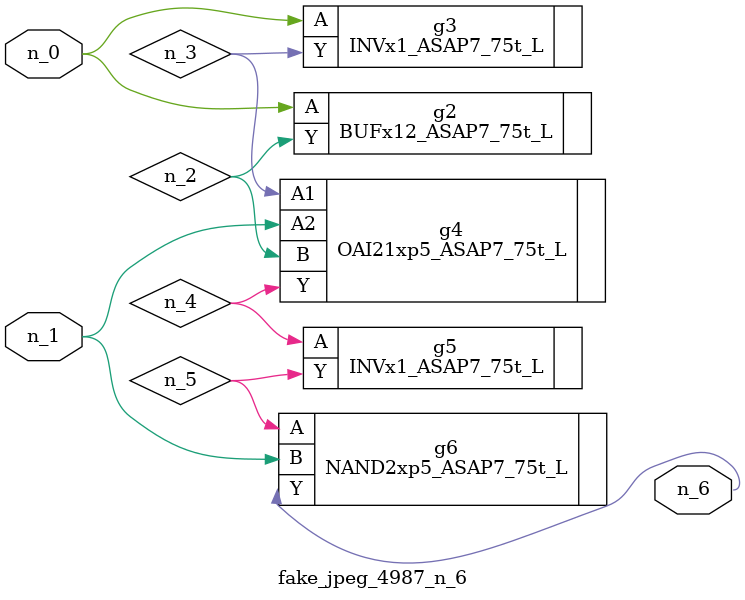
<source format=v>
module fake_jpeg_4987_n_6 (n_0, n_1, n_6);

input n_0;
input n_1;

output n_6;

wire n_2;
wire n_3;
wire n_4;
wire n_5;

BUFx12_ASAP7_75t_L g2 ( 
.A(n_0),
.Y(n_2)
);

INVx1_ASAP7_75t_L g3 ( 
.A(n_0),
.Y(n_3)
);

OAI21xp5_ASAP7_75t_L g4 ( 
.A1(n_3),
.A2(n_1),
.B(n_2),
.Y(n_4)
);

INVx1_ASAP7_75t_L g5 ( 
.A(n_4),
.Y(n_5)
);

NAND2xp5_ASAP7_75t_L g6 ( 
.A(n_5),
.B(n_1),
.Y(n_6)
);


endmodule
</source>
